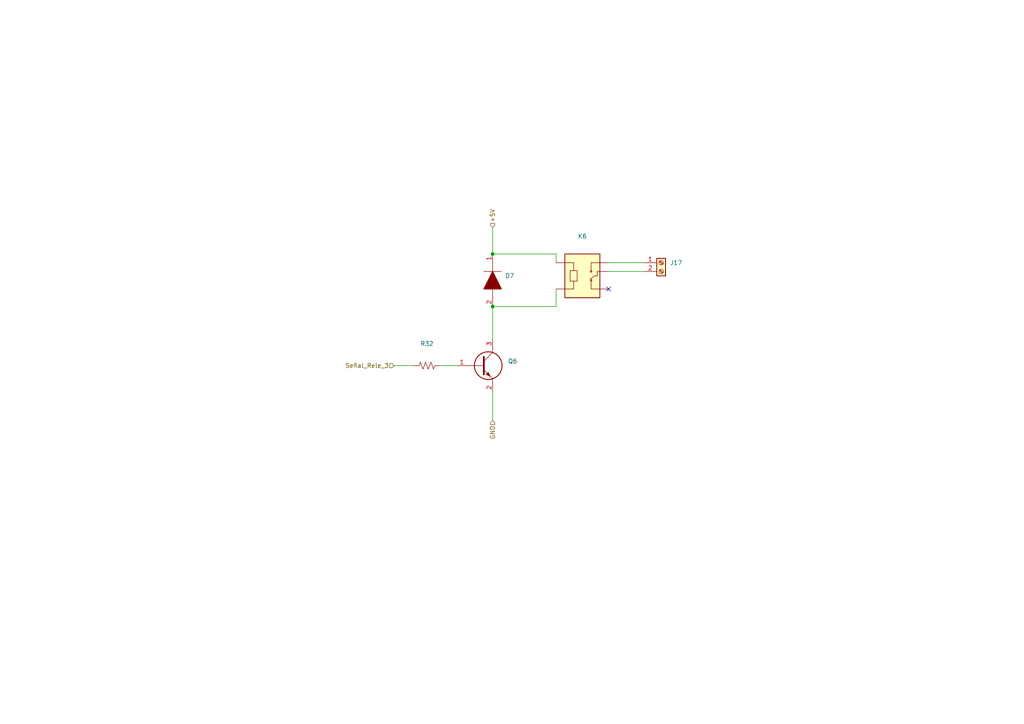
<source format=kicad_sch>
(kicad_sch (version 20211123) (generator eeschema)
  (paper "A4")
  (lib_symbols
    (symbol "Connector:Screw_Terminal_01x02" (pin_names (offset 1.016) hide)
      (property "Reference" "J" (at 0 2.54 0))
      (property "Value" "Screw_Terminal_01x02" (at 0 -5.08 0))
      (symbol "Screw_Terminal_01x02_1_1"
        (rectangle (start -1.27 1.27) (end 1.27 -3.81) (stroke (width 0.254)) (fill (type background)))
        (circle (center 0 -2.54) (radius 0.635) (stroke (width 0.1524)))
        (polyline (pts (xy -0.5334 -2.2098) (xy 0.3302 -3.048)) (stroke (width 0.1524)))
        (polyline (pts (xy -0.5334 0.3302) (xy 0.3302 -0.508)) (stroke (width 0.1524)))
        (polyline (pts (xy -0.3556 -2.032) (xy 0.508 -2.8702)) (stroke (width 0.1524)))
        (polyline (pts (xy -0.3556 0.508) (xy 0.508 -0.3302)) (stroke (width 0.1524)))
        (circle (center 0 0) (radius 0.635) (stroke (width 0.1524)))
        (pin passive line (at -5.08 0 0) (length 3.81) (name "Pin_1") (number "1"))
        (pin passive line (at -5.08 -2.54 0) (length 3.81) (name "Pin_2") (number "2"))
      )
    )
    (symbol "Device:R_US" (pin_numbers hide) (pin_names (offset 0))
      (property "Reference" "R" (at 2.54 0 90))
      (property "Value" "R_US" (at -2.54 0 90))
      (symbol "R_US_0_1"
        (polyline (pts (xy 0 -2.286) (xy 0 -2.54)))
        (polyline (pts (xy 0 2.286) (xy 0 2.54)))
        (polyline (pts (xy 0 -0.762) (xy 1.016 -1.143) (xy 0 -1.524) (xy -1.016 -1.905) (xy 0 -2.286)))
        (polyline (pts (xy 0 0.762) (xy 1.016 0.381) (xy 0 0) (xy -1.016 -0.381) (xy 0 -0.762)))
        (polyline (pts (xy 0 2.286) (xy 1.016 1.905) (xy 0 1.524) (xy -1.016 1.143) (xy 0 0.762)))
      )
      (symbol "R_US_1_1"
        (pin passive line (at 0 3.81 270) (length 1.27) (name "~") (number "1"))
        (pin passive line (at 0 -3.81 90) (length 1.27) (name "~") (number "2"))
      )
    )
    (symbol "FM4003-W:FM4003-W" (pin_names (offset 0.762))
      (property "Reference" "D" (at 11.43 5.08 0))
      (property "Value" "FM4003-W" (at 11.43 2.54 0))
      (symbol "FM4003-W_0_0"
        (pin passive line (at 0 0 0) (length 2.54) (name "~") (number "1"))
        (pin passive line (at 15.24 0 180) (length 2.54) (name "~") (number "2"))
      )
      (symbol "FM4003-W_0_1"
        (polyline (pts (xy 2.54 0) (xy 5.08 0)) (stroke (width 0.1524)))
        (polyline (pts (xy 5.08 2.54) (xy 5.08 -2.54)) (stroke (width 0.1524)))
        (polyline (pts (xy 10.16 0) (xy 12.7 0)) (stroke (width 0.1524)))
        (polyline (pts (xy 5.08 0) (xy 10.16 2.54) (xy 10.16 -2.54) (xy 5.08 0)) (stroke (width 0.254)) (fill (type outline)))
      )
    )
    (symbol "PMBT3904,235:PMBT3904,235" (pin_names (offset 0.762))
      (property "Reference" "Q" (at 13.97 1.27 0))
      (property "Value" "PMBT3904,235" (at 13.97 -1.27 0))
      (symbol "PMBT3904,235_0_0"
        (pin passive line (at 0 0 0) (length 2.54) (name "~") (number "1"))
        (pin passive line (at 10.16 -7.62 90) (length 2.54) (name "~") (number "2"))
        (pin passive line (at 10.16 7.62 270) (length 2.54) (name "~") (number "3"))
      )
      (symbol "PMBT3904,235_0_1"
        (polyline (pts (xy 2.54 0) (xy 7.62 0)) (stroke (width 0.1524)))
        (polyline (pts (xy 7.62 -1.27) (xy 10.16 -3.81)) (stroke (width 0.1524)))
        (polyline (pts (xy 7.62 1.27) (xy 10.16 3.81)) (stroke (width 0.1524)))
        (polyline (pts (xy 7.62 2.54) (xy 7.62 -2.54)) (stroke (width 0.508)))
        (polyline (pts (xy 10.16 -3.81) (xy 10.16 -5.08)) (stroke (width 0.1524)))
        (polyline (pts (xy 10.16 3.81) (xy 10.16 5.08)) (stroke (width 0.1524)))
        (polyline (pts (xy 8.382 -2.54) (xy 8.89 -2.032) (xy 9.398 -3.048) (xy 8.382 -2.54)) (stroke (width 0.254)) (fill (type outline)))
        (circle (center 8.89 0) (radius 4.0132) (stroke (width 0.254)))
      )
    )
    (symbol "SRD-05VDC-SL-C:SRD-05VDC-SL-C" (pin_numbers hide) (pin_names (offset 1.016) hide)
      (property "Reference" "K" (at -5.08 5.842 0))
      (property "Value" "SRD-05VDC-SL-C" (at -5.08 -10.16 0))
      (symbol "SRD-05VDC-SL-C_0_0"
        (rectangle (start -5.08 -7.62) (end 5.08 5.08) (stroke (width 0.254)) (fill (type background)))
        (polyline (pts (xy -5.08 2.54) (xy -2.54 2.54)) (stroke (width 0.1524)))
        (polyline (pts (xy -3.556 -2.794) (xy -2.54 -2.794)) (stroke (width 0.1524)))
        (polyline (pts (xy -3.556 0.254) (xy -3.556 -2.794)) (stroke (width 0.1524)))
        (polyline (pts (xy -2.54 -5.08) (xy -5.08 -5.08)) (stroke (width 0.1524)))
        (polyline (pts (xy -2.54 -2.794) (xy -2.54 -5.08)) (stroke (width 0.1524)))
        (polyline (pts (xy -2.54 -2.794) (xy -1.524 -2.794)) (stroke (width 0.1524)))
        (polyline (pts (xy -2.54 0.254) (xy -3.556 0.254)) (stroke (width 0.1524)))
        (polyline (pts (xy -2.54 2.54) (xy -2.54 0.254)) (stroke (width 0.1524)))
        (polyline (pts (xy -1.524 -2.794) (xy -1.524 0.254)) (stroke (width 0.1524)))
        (polyline (pts (xy -1.524 0.254) (xy -2.54 0.254)) (stroke (width 0.1524)))
        (polyline (pts (xy 2.54 -5.08) (xy 5.08 -5.08)) (stroke (width 0.1524)))
        (polyline (pts (xy 2.54 -2.54) (xy 2.54 -5.08)) (stroke (width 0.1524)))
        (polyline (pts (xy 2.54 2.54) (xy 2.54 0)) (stroke (width 0.1524)))
        (polyline (pts (xy 3.556 -1.27) (xy 2.286 -2.286)) (stroke (width 0.1524)))
        (polyline (pts (xy 3.556 -1.27) (xy 4.318 -1.27)) (stroke (width 0.1524)))
        (polyline (pts (xy 4.318 -1.27) (xy 4.318 0)) (stroke (width 0.1524)))
        (polyline (pts (xy 4.318 0) (xy 5.08 0)) (stroke (width 0.1524)))
        (polyline (pts (xy 5.08 2.54) (xy 2.54 2.54)) (stroke (width 0.1524)))
        (circle (center 2.54 -2.54) (radius 0.254) (stroke (width 0.1524)))
        (circle (center 2.54 0) (radius 0.254) (stroke (width 0.1524)))
        (pin passive line (at -7.62 2.54 0) (length 2.54) (name "~") (number "A1"))
        (pin passive line (at -7.62 -5.08 0) (length 2.54) (name "~") (number "A2"))
        (pin passive line (at 7.62 0 180) (length 2.54) (name "~") (number "COM"))
        (pin passive line (at 7.62 -5.08 180) (length 2.54) (name "~") (number "NC"))
        (pin passive line (at 7.62 2.54 180) (length 2.54) (name "~") (number "NO"))
      )
    )
  )
  (junction (at 142.875 73.66))
  (junction (at 142.875 88.9))
  (no_connect (at 176.53 83.82))
  (wire (pts (xy 127.635 106.045) (xy 132.715 106.045)))
  (wire (pts (xy 161.29 73.66) (xy 161.29 76.2)))
  (wire (pts (xy 142.875 88.9) (xy 161.29 88.9)))
  (wire (pts (xy 142.875 88.9) (xy 142.875 98.425)))
  (wire (pts (xy 176.53 78.74) (xy 186.69 78.74)))
  (wire (pts (xy 142.875 113.665) (xy 142.875 121.92)))
  (wire (pts (xy 176.53 76.2) (xy 186.69 76.2)))
  (wire (pts (xy 142.875 73.66) (xy 161.29 73.66)))
  (wire (pts (xy 114.3 106.045) (xy 120.015 106.045)))
  (wire (pts (xy 161.29 88.9) (xy 161.29 83.82)))
  (wire (pts (xy 142.875 66.04) (xy 142.875 73.66)))
  (hierarchical_label "+5V" (shape input) (at 142.875 66.04 90))
  (hierarchical_label "Señal_Rele_3" (shape input) (at 114.3 106.045 180))
  (hierarchical_label "GND" (shape input) (at 142.875 121.92 270))
  (symbol (lib_id "Device:R_US") (at 123.825 106.045 90) (unit 1)
    (property "Reference" "R32" (at 123.825 99.695 90))
  )
  (symbol (lib_id "PMBT3904,235:PMBT3904,235") (at 132.715 106.045 0) (unit 1)
    (property "Reference" "Q6" (at 147.32 104.7749 0) (effects (justify left)))
    (property "Datasheet" "https://assets.nexperia.com/documents/data-sheet/PMBT3904.pdf" (effects hide))
    (property "Description" "PMBT3904 - NPN switching transistor" (effects hide))
    (property "Height" "1.1" (effects hide))
    (property "Manufacturer_Name" "Nexperia" (effects hide))
    (property "Manufacturer_Part_Number" "PMBT3904,235" (effects hide))
    (property "Mouser Part Number" "771-PMBT3904235" (effects hide))
    (property "Mouser Price/Stock" "https://www.mouser.co.uk/ProductDetail/Nexperia/PMBT3904235?qs=LOCUfHb8d9uziIfl4fmvZg%3D%3D" (effects hide))
    (property "Arrow Part Number" "PMBT3904,235" (effects hide))
    (property "Arrow Price/Stock" "https://www.arrow.com/en/products/pmbt3904235/nexperia?region=nac" (effects hide))
  )
  (symbol (lib_id "FM4003-W:FM4003-W") (at 142.875 73.66 270) (unit 1)
    (property "Reference" "D7" (at 146.4564 80.0099 90) (effects (justify left)))
    (property "Datasheet" "https://componentsearchengine.com/Datasheets/1/FM4003-W.pdf" (effects hide))
    (property "Description" "Rectifiers 1A 200V GP" (effects hide))
    (property "Height" "2.31" (effects hide))
    (property "Manufacturer_Name" "Rectron" (effects hide))
    (property "Manufacturer_Part_Number" "FM4003-W" (effects hide))
    (property "Mouser Part Number" "583-FM4003-W" (effects hide))
    (property "Mouser Price/Stock" "https://www.mouser.co.uk/ProductDetail/Rectron/FM4003-W/?qs=5h8Q3Z7TNRlJu6QU92Ho0w%3D%3D" (effects hide))
    (property "Arrow Part Number" "FM4003-W" (effects hide))
    (property "Arrow Price/Stock" "https://www.arrow.com/en/products/fm4003-w/rectron" (effects hide))
  )
  (symbol (lib_id "Connector:Screw_Terminal_01x02") (at 191.77 76.2 0) (unit 1)
    (property "Reference" "J17" (at 194.31 76.1999 0) (effects (justify left)))
  )
  (symbol (lib_id "SRD-05VDC-SL-C:SRD-05VDC-SL-C") (at 168.91 78.74 0) (unit 1)
    (property "Reference" "K6" (at 168.91 68.5292 0))
    (property "MANUFACTURER" "SONGLE RELAY" (effects hide))
    (property "STANDARD" "IPC-7251" (effects hide))
  )
)
</source>
